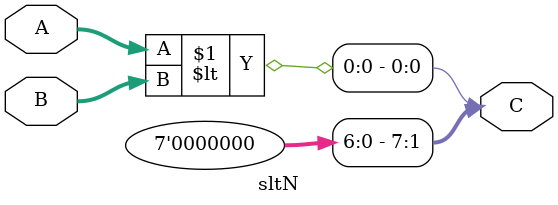
<source format=v>
`timescale 1ns / 1ps


module sltN #(parameter N = 8)(
    input wire signed [N-1:0] A, B,
    output wire [N-1:0] C
    );
    
    assign C[N-1:1] = {(N-1){1'b0}};
//    subtractorN #(.N(N)) SUB(.A(A),.B(B),.bout(C[0]));
    assign C[0] = A < B;
endmodule

</source>
